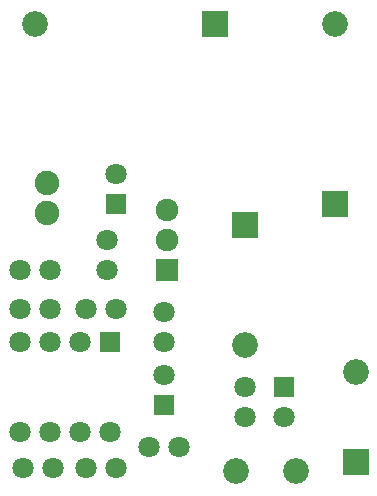
<source format=gbs>
G04 (created by PCBNEW (2012-nov-02)-testing) date Wed 16 Jan 2013 09:01:30 PM EST*
%MOIN*%
G04 Gerber Fmt 3.4, Leading zero omitted, Abs format*
%FSLAX34Y34*%
G01*
G70*
G90*
G04 APERTURE LIST*
%ADD10C,3.93701e-05*%
%ADD11R,0.070748X0.070748*%
%ADD12C,0.070748*%
%ADD13R,0.075748X0.075748*%
%ADD14C,0.075748*%
%ADD15C,0.081748*%
%ADD16C,0.085748*%
%ADD17R,0.085748X0.085748*%
G04 APERTURE END LIST*
G54D10*
G54D11*
X63600Y-47500D03*
G54D12*
X63600Y-48500D03*
X54900Y-50200D03*
X55900Y-50200D03*
X57000Y-50200D03*
X58000Y-50200D03*
X57700Y-43600D03*
X57700Y-42600D03*
X55800Y-43600D03*
X54800Y-43600D03*
X59600Y-45000D03*
X59600Y-46000D03*
G54D13*
X59700Y-43600D03*
G54D14*
X59700Y-42600D03*
X59700Y-41600D03*
G54D15*
X55700Y-41700D03*
X55700Y-40700D03*
G54D11*
X57800Y-46000D03*
G54D12*
X56800Y-46000D03*
X55800Y-46000D03*
X54800Y-46000D03*
X54800Y-49000D03*
X55800Y-49000D03*
X56800Y-49000D03*
X57800Y-49000D03*
G54D16*
X62300Y-46100D03*
G54D17*
X62300Y-42100D03*
X66000Y-50000D03*
G54D16*
X66000Y-47000D03*
G54D17*
X61300Y-35400D03*
G54D16*
X55300Y-35400D03*
G54D17*
X65300Y-41400D03*
G54D16*
X65300Y-35400D03*
X64000Y-50300D03*
X62000Y-50300D03*
G54D11*
X58000Y-41400D03*
G54D12*
X58000Y-40400D03*
G54D11*
X59600Y-48100D03*
G54D12*
X59600Y-47100D03*
X55800Y-44900D03*
X54800Y-44900D03*
X62300Y-48500D03*
X62300Y-47500D03*
X60100Y-49500D03*
X59100Y-49500D03*
X58000Y-44900D03*
X57000Y-44900D03*
M02*

</source>
